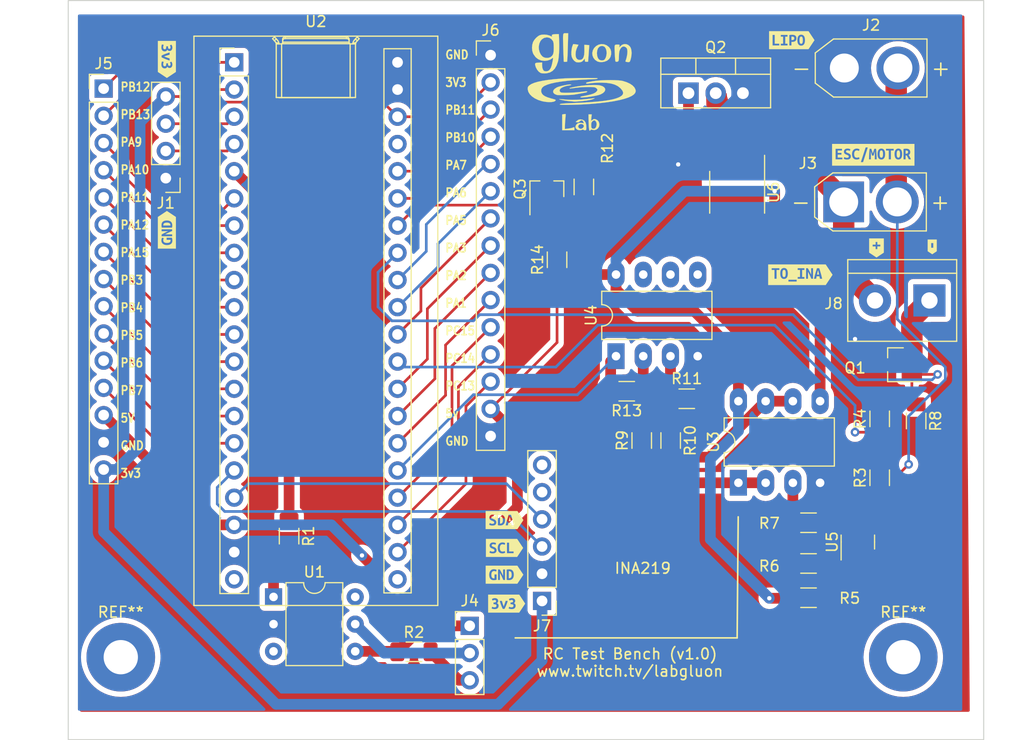
<source format=kicad_pcb>
(kicad_pcb (version 20211014) (generator pcbnew)
  (layers (0 "F.Cu" signal) (31 "B.Cu" signal) (34 "B.Paste" user) (35 "F.Paste" user) (36 "B.SilkS" user "B.Silkscreen") (37 "F.SilkS" user "F.Silkscreen") (38 "B.Mask" user) (39 "F.Mask" user) (44 "Edge.Cuts" user))
  (net 0 "")
  (net 1 "LIPO_NEG")
  (net 2 "Net-(J1-Pad2)")
  (net 3 "Net-(J1-Pad3)")
  (net 4 "+3V3")
  (net 5 "LIPO_POS")
  (net 6 "V_ESC_N")
  (net 7 "ESC_PWM")
  (net 8 "ESC_5V")
  (net 9 "ESC_GND")
  (net 10 "PB12")
  (net 11 "PB13")
  (net 12 "PA9")
  (net 13 "PA10")
  (net 14 "PA11")
  (net 15 "PA12")
  (net 16 "PA15")
  (net 17 "PB3")
  (net 18 "PB4")
  (net 19 "PB5")
  (net 20 "PB6")
  (net 21 "PB7")
  (net 22 "+5V")
  (net 23 "PB11")
  (net 24 "PB10")
  (net 25 "PA7")
  (net 26 "PA6")
  (net 27 "PA5")
  (net 28 "PA3")
  (net 29 "PA2")
  (net 30 "PA1")
  (net 31 "PC15")
  (net 32 "PC14")
  (net 33 "PC13")
  (net 34 "INA_SCL")
  (net 35 "INA_SDA")
  (net 38 "Net-(J8-Pad1)")
  (net 39 "LOW_PATH_ACT")
  (net 40 "Net-(Q2-Pad1)")
  (net 41 "Net-(Q2-Pad2)")
  (net 42 "HIGH_PATH_ACT")
  (net 43 "PWM_TO_ESC")
  (net 44 "Net-(R1-Pad2)")
  (net 45 "V_FEEDBACK")
  (net 46 "Net-(R5-Pad2)")
  (net 47 "Net-(R6-Pad2)")
  (net 48 "Net-(R9-Pad1)")
  (net 49 "Net-(R13-Pad1)")
  (net 50 "Net-(R10-Pad1)")
  (net 51 "Net-(R10-Pad2)")
  (net 52 "HIGH_CURRENT_ADC_adap")
  (net 61 "HIGH_CURRENT_ADC")
  (footprint "Connector_AMASS:AMASS_XT30U-F_1x02_P5.0mm_Vertical" (layer "F.Cu") (at 125.5 56)
    (fp_text reference "J2" (at 2.5 -4) (layer "F.SilkS"))
    (fp_text value "FROM_LIPO")
    (fp_text user "+" (at 9 0) (layer "F.SilkS") (effects (font (size 1.5 1.5))))
    (fp_text user "-" (at -4 0) (layer "F.SilkS") (effects (font (size 1.5 1.5))))
    (pad "1" thru_hole rect (at 0 0) (size 3.8 3.8) (drill 2.7) (layers *.Cu *.Mask) (net 1 "LIPO_NEG"))
    (pad "2" thru_hole circle (at 5 0) (size 4 4) (drill 2.7) (layers *.Cu *.Mask) (net 5 "LIPO_POS"))
  )
  (footprint "MountingHole:MountingHole_3.2mm_M3_Pad" (layer "F.Cu") (at 58 111)
    (fp_text reference "REF**" (at 0 -4.2) (layer "F.SilkS"))
    (fp_text value "MountingHole_3.2mm_M3_Pad")
    (pad "1" thru_hole circle (at 0 0) (size 6.4 6.4) (drill 3.2) (layers *.Cu *.Mask))
  )
  (footprint "kibuzzard-6356CD97" (layer "F.Cu") (at 120.6 53.4)
    (fp_text reference "kibuzzard-6356CD97" hide)
    (fp_text value "G***" hide)
  )
  (footprint "Resistor_SMD:R_1206_3216Metric_Pad1.30x1.75mm_HandSolder" (layer "F.Cu") (at 73.7 99.7 -90)
    (fp_text reference "R1" (at 0 -1.82 90) (layer "F.SilkS"))
    (fp_text value "220")
    (pad "1" smd roundrect (at -1.55 0 270) (size 1.3 1.75) (layers "F.Cu" "F.Paste" "F.Mask") (roundrect_rratio 0.1923076923) (net 43 "PWM_TO_ESC"))
    (pad "2" smd roundrect (at 1.55 0 270) (size 1.3 1.75) (layers "F.Cu" "F.Paste" "F.Mask") (roundrect_rratio 0.1923076923) (net 44 "Net-(R1-Pad2)"))
  )
  (footprint "kibuzzard-6356CE47" (layer "F.Cu") (at 133.7 72.7 -90)
    (fp_text reference "kibuzzard-6356CE47" hide)
    (fp_text value "G***" hide)
  )
  (footprint "Connector_PinHeader_2.54mm:PinHeader_1x03_P2.54mm_Vertical" (layer "F.Cu") (at 90.55 108.075)
    (fp_text reference "J4" (at 0 -2.33) (layer "F.SilkS"))
    (fp_text value "ESC_PWM_CONTROL")
    (pad "1" thru_hole rect (at 0 0) (size 1.7 1.7) (drill 1) (layers *.Cu *.Mask) (net 7 "ESC_PWM"))
    (pad "2" thru_hole oval (at 0 2.54) (size 1.7 1.7) (drill 1) (layers *.Cu *.Mask) (net 8 "ESC_5V"))
    (pad "3" thru_hole oval (at 0 5.08) (size 1.7 1.7) (drill 1) (layers *.Cu *.Mask) (net 9 "ESC_GND"))
  )
  (footprint "kibuzzard-6356CD66" (layer "F.Cu") (at 93.8 103.3)
    (fp_text reference "kibuzzard-6356CD66" hide)
    (fp_text value "G***" hide)
  )
  (footprint "Package_SO:SOIC-8_3.9x4.9mm_P1.27mm" (layer "F.Cu") (at 115.5 67.6 -90)
    (fp_text reference "U6" (at 0 -3.4 90) (layer "F.SilkS"))
    (fp_text value "ACS712xLCTR-20A")
    (pad "1" smd roundrect (at -2.475 -1.905 270) (size 1.95 0.6) (layers "F.Cu" "F.Paste" "F.Mask") (net 6 "V_ESC_N"))
    (pad "2" smd roundrect (at -2.475 -0.635 270) (size 1.95 0.6) (layers "F.Cu" "F.Paste" "F.Mask") (net 6 "V_ESC_N"))
    (pad "3" smd roundrect (at -2.475 0.635 270) (size 1.95 0.6) (layers "F.Cu" "F.Paste" "F.Mask") (net 41 "Net-(Q2-Pad2)"))
    (pad "4" smd roundrect (at -2.475 1.905 270) (size 1.95 0.6) (layers "F.Cu" "F.Paste" "F.Mask") (net 41 "Net-(Q2-Pad2)"))
    (pad "5" smd roundrect (at 2.475 1.905 270) (size 1.95 0.6) (layers "F.Cu" "F.Paste" "F.Mask") (net 1 "LIPO_NEG"))
    (pad "6" smd roundrect (at 2.475 0.635 270) (size 1.95 0.6) (layers "F.Cu" "F.Paste" "F.Mask"))
    (pad "7" smd roundrect (at 2.475 -0.635 270) (size 1.95 0.6) (layers "F.Cu" "F.Paste" "F.Mask") (net 61 "HIGH_CURRENT_ADC"))
    (pad "8" smd roundrect (at 2.475 -1.905 270) (size 1.95 0.6) (layers "F.Cu" "F.Paste" "F.Mask") (net 22 "+5V"))
  )
  (footprint "Connector_PinHeader_2.54mm:PinHeader_1x04_P2.54mm_Vertical" (layer "F.Cu") (at 62.2 66.28 180)
    (fp_text reference "J1" (at 0 -2.33) (layer "F.SilkS"))
    (fp_text value "LoadCell")
    (pad "1" thru_hole rect (at 0 0 180) (size 1.7 1.7) (drill 1) (layers *.Cu *.Mask) (net 1 "LIPO_NEG"))
    (pad "2" thru_hole oval (at 0 2.54 180) (size 1.7 1.7) (drill 1) (layers *.Cu *.Mask) (net 2 "Net-(J1-Pad2)"))
    (pad "3" thru_hole oval (at 0 5.08 180) (size 1.7 1.7) (drill 1) (layers *.Cu *.Mask) (net 3 "Net-(J1-Pad3)"))
    (pad "4" thru_hole oval (at 0 7.62 180) (size 1.7 1.7) (drill 1) (layers *.Cu *.Mask) (net 4 "+3V3"))
  )
  (footprint "TerminalBlock:TerminalBlock_bornier-2_P5.08mm" (layer "F.Cu") (at 133.44 77.7 180)
    (fp_text reference "J8" (at 8.94 -0.3) (layer "F.SilkS"))
    (fp_text value "INA219_CURRENT")
    (pad "1" thru_hole rect (at 0 0 180) (size 3 3) (drill 1.52) (layers *.Cu *.Mask) (net 38 "Net-(J8-Pad1)"))
    (pad "2" thru_hole circle (at 5.08 0 180) (size 3 3) (drill 1.52) (layers *.Cu *.Mask) (net 6 "V_ESC_N"))
  )
  (footprint "Resistor_SMD:R_1206_3216Metric_Pad1.30x1.75mm_HandSolder" (layer "F.Cu") (at 101.2 67.1 90)
    (fp_text reference "R12" (at 3.6 2.2 90) (layer "F.SilkS"))
    (fp_text value "100k")
    (pad "1" smd roundrect (at -1.55 0 90) (size 1.3 1.75) (layers "F.Cu" "F.Paste" "F.Mask") (roundrect_rratio 0.1923076923) (net 40 "Net-(Q2-Pad1)"))
    (pad "2" smd roundrect (at 1.55 0 90) (size 1.3 1.75) (layers "F.Cu" "F.Paste" "F.Mask") (roundrect_rratio 0.1923076923) (net 1 "LIPO_NEG"))
  )
  (footprint "kibuzzard-6356CE02" (layer "F.Cu") (at 128.2 64.1)
    (fp_text reference "kibuzzard-6356CE02" hide)
    (fp_text value "G***" hide)
  )
  (footprint "Resistor_SMD:R_1206_3216Metric_Pad1.30x1.75mm_HandSolder" (layer "F.Cu") (at 128.8 94.25 90)
    (fp_text reference "R3" (at 0 -1.82 90) (layer "F.SilkS"))
    (fp_text value "4k7")
    (pad "1" smd roundrect (at -1.55 0 90) (size 1.3 1.75) (layers "F.Cu" "F.Paste" "F.Mask") (roundrect_rratio 0.1923076923) (net 5 "LIPO_POS"))
    (pad "2" smd roundrect (at 1.55 0 90) (size 1.3 1.75) (layers "F.Cu" "F.Paste" "F.Mask") (roundrect_rratio 0.1923076923) (net 45 "V_FEEDBACK"))
  )
  (footprint "Resistor_SMD:R_1206_3216Metric_Pad1.30x1.75mm_HandSolder" (layer "F.Cu") (at 98.7 73.9 90)
    (fp_text reference "R14" (at 0 -1.82 90) (layer "F.SilkS"))
    (fp_text value "1K")
    (pad "1" smd roundrect (at -1.55 0 90) (size 1.3 1.75) (layers "F.Cu" "F.Paste" "F.Mask") (roundrect_rratio 0.1923076923) (net 22 "+5V"))
    (pad "2" smd roundrect (at 1.55 0 90) (size 1.3 1.75) (layers "F.Cu" "F.Paste" "F.Mask") (roundrect_rratio 0.1923076923) (net 40 "Net-(Q2-Pad1)"))
  )
  (footprint "Resistor_SMD:R_1206_3216Metric_Pad1.30x1.75mm_HandSolder" (layer "F.Cu") (at 110.8 86.875 180)
    (fp_text reference "R11" (at 0 1.875) (layer "F.SilkS"))
    (fp_text value "20k")
    (pad "1" smd roundrect (at -1.55 0 180) (size 1.3 1.75) (layers "F.Cu" "F.Paste" "F.Mask") (roundrect_rratio 0.1923076923) (net 1 "LIPO_NEG"))
    (pad "2" smd roundrect (at 1.55 0 180) (size 1.3 1.75) (layers "F.Cu" "F.Paste" "F.Mask") (roundrect_rratio 0.1923076923) (net 50 "Net-(R10-Pad1)"))
  )
  (footprint "Resistor_SMD:R_1206_3216Metric_Pad1.30x1.75mm_HandSolder" (layer "F.Cu") (at 128.8 88.75 90)
    (fp_text reference "R4" (at 0 -1.82 90) (layer "F.SilkS"))
    (fp_text value "1k")
    (pad "1" smd roundrect (at -1.55 0 90) (size 1.3 1.75) (layers "F.Cu" "F.Paste" "F.Mask") (roundrect_rratio 0.1923076923) (net 45 "V_FEEDBACK"))
    (pad "2" smd roundrect (at 1.55 0 90) (size 1.3 1.75) (layers "F.Cu" "F.Paste" "F.Mask") (roundrect_rratio 0.1923076923) (net 1 "LIPO_NEG"))
  )
  (footprint "Package_TO_SOT_SMD:SOT-23_Handsoldering" (layer "F.Cu") (at 97.75 67.3 90)
    (fp_text reference "Q3" (at 0 -2.5 90) (layer "F.SilkS"))
    (fp_text value "IRLML2502")
    (pad "1" smd rect (at -1.5 -0.95 90) (size 1.9 0.8) (layers "F.Cu" "F.Paste" "F.Mask") (net 42 "HIGH_PATH_ACT"))
    (pad "2" smd rect (at -1.5 0.95 90) (size 1.9 0.8) (layers "F.Cu" "F.Paste" "F.Mask") (net 40 "Net-(Q2-Pad1)"))
    (pad "3" smd rect (at 1.5 0 90) (size 1.9 0.8) (layers "F.Cu" "F.Paste" "F.Mask") (net 1 "LIPO_NEG"))
  )
  (footprint "kibuzzard-6356CD7C" (layer "F.Cu") (at 93.8 100.8)
    (fp_text reference "kibuzzard-6356CD7C" hide)
    (fp_text value "G***" hide)
  )
  (footprint "Connector_AMASS:AMASS_XT30U-F_1x02_P5.0mm_Vertical" (layer "F.Cu") (at 125.44 68.5)
    (fp_text reference "J3" (at -3.34 -3.6) (layer "F.SilkS"))
    (fp_text value "ALIM_ESC")
    (fp_text user "-" (at -4 0) (layer "F.SilkS") (effects (font (size 1.5 1.5))))
    (fp_text user "+" (at 9 0) (layer "F.SilkS") (effects (font (size 1.5 1.5))))
    (pad "1" thru_hole rect (at 0 0) (size 3.8 3.8) (drill 2.7) (layers *.Cu *.Mask) (net 6 "V_ESC_N"))
    (pad "2" thru_hole circle (at 5 0) (size 4 4) (drill 2.7) (layers *.Cu *.Mask) (net 5 "LIPO_POS"))
  )
  (footprint "kibuzzard-6356CD5A" (layer "F.Cu") (at 62.3 55.2 -90)
    (fp_text reference "kibuzzard-6356CD5A" hide)
    (fp_text value "G***" hide)
  )
  (footprint "Resistor_SMD:R_1206_3216Metric_Pad1.30x1.75mm_HandSolder" (layer "F.Cu") (at 132.2 88.95 -90)
    (fp_text reference "R8" (at 0 -1.82 90) (layer "F.SilkS"))
    (fp_text value "10k")
    (pad "1" smd roundrect (at -1.55 0 270) (size 1.3 1.75) (layers "F.Cu" "F.Paste" "F.Mask") (roundrect_rratio 0.1923076923) (net 39 "LOW_PATH_ACT"))
    (pad "2" smd roundrect (at 1.55 0 270) (size 1.3 1.75) (layers "F.Cu" "F.Paste" "F.Mask") (roundrect_rratio 0.1923076923) (net 1 "LIPO_NEG"))
  )
  (footprint "kibuzzard-6356CE38" (layer "F.Cu") (at 128.5 72.8 -90)
    (fp_text reference "kibuzzard-6356CE38" hide)
    (fp_text value "G***" hide)
  )
  (footprint "Connector_PinHeader_2.54mm:PinHeader_1x15_P2.54mm_Vertical" (layer "F.Cu") (at 56.4 57.92)
    (fp_text reference "J5" (at 0 -2.33) (layer "F.SilkS"))
    (fp_text value "H1")
    (pad "1" thru_hole rect (at 0 0) (size 1.7 1.7) (drill 1) (layers *.Cu *.Mask) (net 10 "PB12"))
    (pad "2" thru_hole oval (at 0 2.54) (size 1.7 1.7) (drill 1) (layers *.Cu *.Mask) (net 11 "PB13"))
    (pad "3" thru_hole oval (at 0 5.08) (size 1.7 1.7) (drill 1) (layers *.Cu *.Mask) (net 12 "PA9"))
    (pad "4" thru_hole oval (at 0 7.62) (size 1.7 1.7) (drill 1) (layers *.Cu *.Mask) (net 13 "PA10"))
    (pad "5" thru_hole oval (at 0 10.16) (size 1.7 1.7) (drill 1) (layers *.Cu *.Mask) (net 14 "PA11"))
    (pad "6" thru_hole oval (at 0 12.7) (size 1.7 1.7) (drill 1) (layers *.Cu *.Mask) (net 15 "PA12"))
    (pad "7" thru_hole oval (at 0 15.24) (size 1.7 1.7) (drill 1) (layers *.Cu *.Mask) (net 16 "PA15"))
    (pad "8" thru_hole oval (at 0 17.78) (size 1.7 1.7) (drill 1) (layers *.Cu *.Mask) (net 17 "PB3"))
    (pad "9" thru_hole oval (at 0 20.32) (size 1.7 1.7) (drill 1) (layers *.Cu *.Mask) (net 18 "PB4"))
    (pad "10" thru_hole oval (at 0 22.86) (size 1.7 1.7) (drill 1) (layers *.Cu *.Mask) (net 19 "PB5"))
    (pad "11" thru_hole oval (at 0 25.4) (size 1.7 1.7) (drill 1) (layers *.Cu *.Mask) (net 20 "PB6"))
    (pad "12" thru_hole oval (at 0 27.94) (size 1.7 1.7) (drill 1) (layers *.Cu *.Mask) (net 21 "PB7"))
    (pad "13" thru_hole oval (at 0 30.48) (size 1.7 1.7) (drill 1) (layers *.Cu *.Mask) (net 22 "+5V"))
    (pad "14" thru_hole oval (at 0 33.02) (size 1.7 1.7) (drill 1) (layers *.Cu *.Mask) (net 1 "LIPO_NEG"))
    (pad "15" thru_hole oval (at 0 35.56) (size 1.7 1.7) (drill 1) (layers *.Cu *.Mask) (net 4 "+3V3"))
  )
  (footprint "Resistor_SMD:R_1206_3216Metric_Pad1.30x1.75mm_HandSolder" (layer "F.Cu") (at 105.2 86.175 180)
    (fp_text reference "R13" (at 0 -1.82) (layer "F.SilkS"))
    (fp_text value "20k")
    (pad "1" smd roundrect (at -1.55 0 180) (size 1.3 1.75) (layers "F.Cu" "F.Paste" "F.Mask") (roundrect_rratio 0.1923076923) (net 49 "Net-(R13-Pad1)"))
    (pad "2" smd roundrect (at 1.55 0 180) (size 1.3 1.75) (layers "F.Cu" "F.Paste" "F.Mask") (roundrect_rratio 0.1923076923) (net 52 "HIGH_CURRENT_ADC_adap"))
  )
  (footprint "Package_DIP:DIP-8_W7.62mm_LongPads" (layer "F.Cu") (at 104.2 82.9 90)
    (fp_text reference "U4" (at 3.81 -2.33 90) (layer "F.SilkS"))
    (fp_text value "LM358")
    (pad "1" thru_hole rect (at 0 0 90) (size 2.4 1.6) (drill 0.8) (layers *.Cu *.Mask) (net 52 "HIGH_CURRENT_ADC_adap"))
    (pad "2" thru_hole oval (at 0 2.54 90) (size 2.4 1.6) (drill 0.8) (layers *.Cu *.Mask) (net 49 "Net-(R13-Pad1)"))
    (pad "3" thru_hole oval (at 0 5.08 90) (size 2.4 1.6) (drill 0.8) (layers *.Cu *.Mask) (net 50 "Net-(R10-Pad1)"))
    (pad "4" thru_hole oval (at 0 7.62 90) (size 2.4 1.6) (drill 0.8) (layers *.Cu *.Mask) (net 1 "LIPO_NEG"))
    (pad "5" thru_hole oval (at 7.62 7.62 90) (size 2.4 1.6) (drill 0.8) (layers *.Cu *.Mask))
    (pad "6" thru_hole oval (at 7.62 5.08 90) (size 2.4 1.6) (drill 0.8) (layers *.Cu *.Mask))
    (pad "7" thru_hole oval (at 7.62 2.54 90) (size 2.4 1.6) (drill 0.8) (layers *.Cu *.Mask))
    (pad "8" thru_hole oval (at 7.62 0 90) (size 2.4 1.6) (drill 0.8) (layers *.Cu *.Mask) (net 22 "+5V"))
  )
  (footprint "Connector_PinHeader_2.54mm:PinHeader_1x15_P2.54mm_Vertical" (layer "F.Cu") (at 92.5 54.8)
    (fp_text reference "J6" (at 0 -2.33) (layer "F.SilkS"))
    (fp_text value "H2")
    (pad "1" thru_hole rect (at 0 0) (size 1.7 1.7) (drill 1) (layers *.Cu *.Mask) (net 1 "LIPO_NEG"))
    (pad "2" thru_hole oval (at 0 2.54) (size 1.7 1.7) (drill 1) (layers *.Cu *.Mask) (net 4 "+3V3"))
    (pad "3" thru_hole oval (at 0 5.08) (size 1.7 1.7) (drill 1) (layers *.Cu *.Mask) (net 23 "PB11"))
    (pad "4" thru_hole oval (at 0 7.62) (size 1.7 1.7) (drill 1) (layers *.Cu *.Mask) (net 24 "PB10"))
    (pad "5" thru_hole oval (at 0 10.16) (size 1.7 1.7) (drill 1) (layers *.Cu *.Mask) (net 25 "PA7"))
    (pad "6" thru_hole oval (at 0 12.7) (size 1.7 1.7) (drill 1) (layers *.Cu *.Mask) (net 26 "PA6"))
    (pad "7" thru_hole oval (at 0 15.24) (size 1.7 1.7) (drill 1) (layers *.Cu *.Mask) (net 27 "PA5"))
    (pad "8" thru_hole oval (at 0 17.78) (size 1.7 1.7) (drill 1) (layers *.Cu *.Mask) (net 28 "PA3"))
    (pad "9" thru_hole oval (at 0 20.32) (size 1.7 1.7) (drill 1) (layers *.Cu *.Mask) (net 29 "PA2"))
    (pad "10" thru_hole oval (at 0 22.86) (size 1.7 1.7) (drill 1) (layers *.Cu *.Mask) (net 30 "PA1"))
    (pad "11" thru_hole oval (at 0 25.4) (size 1.7 1.7) (drill 1) (layers *.Cu *.Mask) (net 31 "PC15"))
    (pad "12" thru_hole oval (at 0 27.94) (size 1.7 1.7) (drill 1) (layers *.Cu *.Mask) (net 32 "PC14"))
    (pad "13" thru_hole oval (at 0 30.48) (size 1.7 1.7) (drill 1) (layers *.Cu *.Mask) (net 33 "PC13"))
    (pad "14" thru_hole oval (at 0 33.02) (size 1.7 1.7) (drill 1) (layers *.Cu *.Mask) (net 22 "+5V"))
    (pad "15" thru_hole oval (at 0 35.56) (size 1.7 1.7) (drill 1) (layers *.Cu *.Mask) (net 1 "LIPO_NEG"))
  )
  (footprint "kibuzzard-6356CD66" (layer "F.Cu") (at 62.3 71.1 90)
    (fp_text reference "kibuzzard-6356CD66" hide)
    (fp_text value "G***" hide)
  )
  (footprint "Resistor_SMD:R_1206_3216Metric_Pad1.30x1.75mm_HandSolder" (layer "F.Cu") (at 85.35 110.5)
    (fp_text reference "R2" (at 0 -1.82) (layer "F.SilkS"))
    (fp_text value "1k")
    (pad "1" smd roundrect (at -1.55 0) (size 1.3 1.75) (layers "F.Cu" "F.Paste" "F.Mask") (roundrect_rratio 0.1923076923) (net 7 "ESC_PWM"))
    (pad "2" smd roundrect (at 1.55 0) (size 1.3 1.75) (layers "F.Cu" "F.Paste" "F.Mask") (roundrect_rratio 0.1923076923) (net 9 "ESC_GND"))
  )
  (footprint "Package_TO_SOT_THT:TO-220-3_Vertical" (layer "F.Cu") (at 110.96 58.345)
    (fp_text reference "Q2" (at 2.54 -4.27) (layer "F.SilkS"))
    (fp_text value "IRF3808")
    (pad "1" thru_hole rect (at 0 0) (size 1.905 2) (drill 1.1) (layers *.Cu *.Mask) (net 40 "Net-(Q2-Pad1)"))
    (pad "2" thru_hole oval (at 2.54 0) (size 1.905 2) (drill 1.1) (layers *.Cu *.Mask) (net 41 "Net-(Q2-Pad2)"))
    (pad "3" thru_hole oval (at 5.08 0) (size 1.905 2) (drill 1.1) (layers *.Cu *.Mask) (net 1 "LIPO_NEG"))
  )
  (footprint "Package_TO_SOT_SMD:SOT-23" (layer "F.Cu") (at 126.76 100.25 90)
    (fp_text reference "U5" (at 0 -2.4 90) (layer "F.SilkS"))
    (fp_text value "TL432DBZ")
    (pad "1" smd roundrect (at -0.9375 -0.95 90) (size 1.475 0.6) (layers "F.Cu" "F.Paste" "F.Mask") (net 46 "Net-(R5-Pad2)"))
    (pad "2" smd roundrect (at -0.9375 0.95 90) (size 1.475 0.6) (layers "F.Cu" "F.Paste" "F.Mask") (net 46 "Net-(R5-Pad2)"))
    (pad "3" smd roundrect (at 0.9375 0 90) (size 1.475 0.6) (layers "F.Cu" "F.Paste" "F.Mask") (net 1 "LIPO_NEG"))
  )
  (footprint "Connector_PinHeader_2.54mm:PinHeader_1x06_P2.54mm_Vertical" (layer "F.Cu") (at 97.3 105.75 180)
    (fp_text reference "J7" (at 0 -2.33) (layer "F.SilkS"))
    (fp_text value "UNA219_IF")
    (pad "1" thru_hole rect (at 0 0 180) (size 1.7 1.7) (drill 1) (layers *.Cu *.Mask) (net 4 "+3V3"))
    (pad "2" thru_hole oval (at 0 2.54 180) (size 1.7 1.7) (drill 1) (layers *.Cu *.Mask) (net 1 "LIPO_NEG"))
    (pad "3" thru_hole oval (at 0 5.08 180) (size 1.7 1.7) (drill 1) (layers *.Cu *.Mask) (net 34 "INA_SCL"))
    (pad "4" thru_hole oval (at 0 7.62 180) (size 1.7 1.7) (drill 1) (layers *.Cu *.Mask) (net 35 "INA_SDA"))
    (pad "5" thru_hole oval (at 0 10.16 180) (size 1.7 1.7) (drill 1) (layers *.Cu *.Mask))
    (pad "6" thru_hole oval (at 0 12.7 180) (size 1.7 1.7) (drill 1) (layers *.Cu *.Mask))
  )
  (footprint "Resistor_SMD:R_1206_3216Metric_Pad1.30x1.75mm_HandSolder" (layer "F.Cu") (at 122.16 102.25 180)
    (fp_text reference "R6" (at 3.66 -0.25) (layer "F.SilkS"))
    (fp_text value "1k")
    (pad "1" smd roundrect (at -1.55 0 180) (size 1.3 1.75) (layers "F.Cu" "F.Paste" "F.Mask") (roundrect_rratio 0.1923076923) (net 46 "Net-(R5-Pad2)"))
    (pad "2" smd roundrect (at 1.55 0 180) (size 1.3 1.75) (layers "F.Cu" "F.Paste" "F.Mask") (roundrect_rratio 0.1923076923) (net 47 "Net-(R6-Pad2)"))
  )
  (footprint "Resistor_SMD:R_1206_3216Metric_Pad1.30x1.75mm_HandSolder" (layer "F.Cu") (at 109.3 90.775 -90)
    (fp_text reference "R10" (at 0 -1.82 90) (layer "F.SilkS"))
    (fp_text value "20k")
    (pad "1" smd roundrect (at -1.55 0 270) (size 1.3 1.75) (layers "F.Cu" "F.Paste" "F.Mask") (roundrect_rratio 0.1923076923) (net 50 "Net-(R10-Pad1)"))
    (pad "2" smd roundrect (at 1.55 0 270) (size 1.3 1.75) (layers "F.Cu" "F.Paste" "F.Mask") (roundrect_rratio 0.1923076923) (net 51 "Net-(R10-Pad2)"))
  )
  (footprint "STM32_Blue_Pill:LogoGluon_12mm" (layer "F.Cu") (at 100.957667 56.983276)
    (fp_text reference "G***" hide)
    (fp_text value "LOGO" hide)
  )
  (footprint "Package_TO_SOT_SMD:SOT-23_Handsoldering" (layer "F.Cu") (at 130.3 83.7 180)
    (fp_text reference "Q1" (at 3.8 -0.3) (layer "F.SilkS"))
    (fp_text value "IRLML2502")
    (pad "1" smd rect (at -1.5 -0.95 180) (size 1.9 0.8) (layers "F.Cu" "F.Paste" "F.Mask") (net 39 "LOW_PATH_ACT"))
    (pad "2" smd rect (at -1.5 0.95 180) (size 1.9 0.8) (layers "F.Cu" "F.Paste" "F.Mask") (net 38 "Net-(J8-Pad1)"))
    (pad "3" smd rect (at 1.5 0 180) (size 1.9 0.8) (layers "F.Cu" "F.Paste" "F.Mask") (net 1 "LIPO_NEG"))
  )
  (footprint "Resistor_SMD:R_1206_3216Metric_Pad1.30x1.75mm_HandSolder" (layer "F.Cu") (at 122.16 105.45)
    (fp_text reference "R5" (at 3.84 0.05) (layer "F.SilkS"))
    (fp_text value "100")
    (pad "1" smd roundrect (at -1.55 0) (size 1.3 1.75) (layers "F.Cu" "F.Paste" "F.Mask") (roundrect_rratio 0.1923076923) (net 22 "+5V"))
    (pad "2" smd roundrect (at 1.55 0) (size 1.3 1.75) (layers "F.Cu" "F.Paste" "F.Mask") (roundrect_rratio 0.1923076923) (net 46 "Net-(R5-Pad2)"))
  )
  (footprint "Package_DIP:DIP-6_W7.62mm" (layer "F.Cu") (at 72.25 105.375)
    (fp_text reference "U1" (at 3.81 -2.33) (layer "F.SilkS"))
    (fp_text value "4N25")
    (pad "1" thru_hole rect (at 0 0) (size 1.6 1.6) (drill 0.8) (layers *.Cu *.Mask) (net 44 "Net-(R1-Pad2)"))
    (pad "2" thru_hole oval (at 0 2.54) (size 1.6 1.6) (drill 0.8) (layers *.Cu *.Mask) (net 1 "LIPO_NEG"))
    (pad "3" thru_hole oval (at 0 5.08) (size 1.6 1.6) (drill 0.8) (layers *.Cu *.Mask))
    (pad "4" thru_hole oval (at 7.62 5.08) (size 1.6 1.6) (drill 0.8) (layers *.Cu *.Mask) (net 7 "ESC_PWM"))
    (pad "5" thru_hole oval (at 7.62 2.54) (size 1.6 1.6) (drill 0.8) (layers *.Cu *.Mask) (net 8 "ESC_5V"))
    (pad "6" thru_hole oval (at 7.62 0) (size 1.6 1.6) (drill 0.8) (layers *.Cu *.Mask))
  )
  (footprint "MountingHole:MountingHole_3.2mm_M3_Pad" (layer "F.Cu") (at 131 111)
    (fp_text reference "REF**" (at 0 -4.2) (layer "F.SilkS"))
    (fp_text value "MountingHole_3.2mm_M3_Pad")
    (pad "1" thru_hole circle (at 0 0) (size 6.4 6.4) (drill 3.2) (layers *.Cu *.Mask))
  )
  (footprint "kibuzzard-6356CD87" (layer "F.Cu") (at 93.8 98.2)
    (fp_text reference "kibuzzard-6356CD87" hide)
    (fp_text value "G***" hide)
  )
  (footprint "Resistor_SMD:R_1206_3216Metric_Pad1.30x1.75mm_HandSolder" (layer "F.Cu") (at 122.16 98.45 180)
    (fp_text reference "R7" (at 3.66 -0.05) (layer "F.SilkS"))
    (fp_text value "4k7")
    (pad "1" smd roundrect (at -1.55 0 180) (size 1.3 1.75) (layers "F.Cu" "F.Paste" "F.Mask") (roundrect_rratio 0.1923076923) (net 1 "LIPO_NEG"))
    (pad "2" smd roundrect (at 1.55 0 180) (size 1.3 1.75) (layers "F.Cu" "F.Paste" "F.Mask") (roundrect_rratio 0.1923076923) (net 47 "Net-(R6-Pad2)"))
  )
  (footprint "Package_DIP:DIP-8_W7.62mm_LongPads" (layer "F.Cu") (at 115.62 94.72 90)
    (fp_text reference "U3" (at 3.81 -2.33 90) (layer "F.SilkS"))
    (fp_text value "LM358")
    (pad "1" thru_hole rect (at 0 0 90) (size 2.4 1.6) (drill 0.8) (layers *.Cu *.Mask) (net 48 "Net-(R9-Pad1)"))
    (pad "2" thru_hole oval (at 0 2.54 90) (size 2.4 1.6) (drill 0.8) (layers *.Cu *.Mask) (net 48 "Net-(R9-Pad1)"))
    (pad "3" thru_hole oval (at 0 5.08 90) (size 2.4 1.6) (drill 0.8) (layers *.Cu *.Mask) (net 47 "Net-(R6-Pad2)"))
    (pad "4" thru_hole oval (at 0 7.62 90) (size 2.4 1.6) (drill 0.8) (layers *.Cu *.Mask) (net 1 "LIPO_NEG"))
    (pad "5" thru_hole oval (at 7.62 7.62 90) (size 2.4 1.6) (drill 0.8) (layers *.Cu *.Mask) (net 61 "HIGH_CURRENT_ADC"))
    (pad "6" thru_hole oval (at 7.62 5.08 90) (size 2.4 1.6) (drill 0.8) (layers *.Cu *.Mask) (net 51 "Net-(R10-Pad2)"))
    (pad "7" thru_hole oval (at 7.62 2.54 90) (size 2.4 1.6) (drill 0.8) (layers *.Cu *.Mask) (net 51 "Net-(R10-Pad2)"))
    (pad "8" thru_hole oval (at 7.62 0 90) (size 2.4 1.6) (drill 0.8) (layers *.Cu *.Mask) (net 22 "+5V"))
  )
  (footprint "STM32_Blue_Pill:YAAJ_BluePill_1b" (layer "F.Cu") (at 68.58 55.47)
    (fp_text reference "U2" (at 7.62 -3.81) (layer "F.SilkS"))
    (fp_text value "YAAJ_BluePill_Part_Like" hide)
    (pad "1" thru_hole rect locked (at 0 0) (size 1.7 1.7) (drill 1) (layers *.Cu *.Mask) (net 10 "PB12"))
    (pad "2" thru_hole circle locked (at 0 2.54) (size 1.7 1.7) (drill 1) (layers *.Cu *.Mask) (net 11 "PB13"))
    (pad "3" thru_hole circle locked (at 0 5.08) (size 1.7 1.7) (drill 1) (layers *.Cu *.Mask) (net 3 "Net-(J1-Pad3)"))
    (pad "4" thru_hole circle locked (at 0 7.62) (size 1.7 1.7) (drill 1) (layers *.Cu *.Mask) (net 2 "Net-(J1-Pad2)"))
    (pad "5" thru_hole circle locked (at 0 10.16) (size 1.7 1.7) (drill 1) (layers *.Cu *.Mask) (net 43 "PWM_TO_ESC"))
    (pad "6" thru_hole circle locked (at 0 12.7) (size 1.7 1.7) (drill 1) (layers *.Cu *.Mask) (net 12 "PA9"))
    (pad "7" thru_hole circle locked (at 0 15.24) (size 1.7 1.7) (drill 1) (layers *.Cu *.Mask) (net 13 "PA10"))
    (pad "8" thru_hole circle locked (at 0 17.78) (size 1.7 1.7) (drill 1) (layers *.Cu *.Mask) (net 14 "PA11"))
    (pad "9" thru_hole circle locked (at 0 20.32) (size 1.7 1.7) (drill 1) (layers *.Cu *.Mask) (net 15 "PA12"))
    (pad "10" thru_hole circle locked (at 0 22.86) (size 1.7 1.7) (drill 1) (layers *.Cu *.Mask) (net 16 "PA15"))
    (pad "11" thru_hole circle locked (at 0 25.4) (size 1.7 1.7) (drill 1) (layers *.Cu *.Mask) (net 17 "PB3"))
    (pad "12" thru_hole circle locked (at 0 27.94) (size 1.7 1.7) (drill 1) (layers *.Cu *.Mask) (net 18 "PB4"))
    (pad "13" thru_hole circle locked (at 0 30.48) (size 1.7 1.7) (drill 1) (layers *.Cu *.Mask) (net 19 "PB5"))
    (pad "14" thru_hole circle locked (at 0 33.02) (size 1.7 1.7) (drill 1) (layers *.Cu *.Mask) (net 20 "PB6"))
    (pad "15" thru_hole circle locked (at 0 35.56) (size 1.7 1.7) (drill 1) (layers *.Cu *.Mask) (net 21 "PB7"))
    (pad "16" thru_hole circle locked (at 0 38.1) (size 1.7 1.7) (drill 1) (layers *.Cu *.Mask) (net 34 "INA_SCL"))
    (pad "17" thru_hole circle locked (at 0 40.64) (size 1.7 1.7) (drill 1) (layers *.Cu *.Mask) (net 35 "INA_SDA"))
    (pad "18" thru_hole circle locked (at 0 43.18) (size 1.7 1.7) (drill 1) (layers *.Cu *.Mask) (net 22 "+5V"))
    (pad "19" thru_hole circle locked (at 0 45.72) (size 1.7 1.7) (drill 1) (layers *.Cu *.Mask) (net 1 "LIPO_NEG"))
    (pad "20" thru_hole circle locked (at 0 48.26) (size 1.7 1.7) (drill 1) (layers *.Cu *.Mask))
    (pad "21" thru_hole circle locked (at 15.24 48.26) (size 1.7 1.7) (drill 1) (layers *.Cu *.Mask))
    (pad "22" thru_hole circle locked (at 15.24 45.72) (size 1.7 1.7) (drill 1) (layers *.Cu *.Mask) (net 33 "PC13"))
    (pad "23" thru_hole circle locked (at 15.24 43.18) (size 1.7 1.7) (drill 1) (layers *.Cu *.Mask) (net 32 "PC14"))
    (pad "24" thru_hole circle locked (at 15.24 40.64) (size 1.7 1.7) (drill 1) (layers *.Cu *.Mask) (net 31 "PC15"))
    (pad "25" thru_hole circle locked (at 15.24 38.1) (size 1.7 1.7) (drill 1) (layers *.Cu *.Mask) (net 52 "HIGH_CURRENT_ADC_adap"))
    (pad "26" thru_hole circle locked (at 15.24 35.56) (size 1.7 1.7) (drill 1) (layers *.Cu *.Mask) (net 30 "PA1"))
    (pad "27" thru_hole circle locked (at 15.24 33.02) (size 1.7 1.7) (drill 1) (layers *.Cu *.Mask) (net 29 "PA2"))
    (pad "28" thru_hole circle locked (at 15.24 30.48) (size 1.7 1.7) (drill 1) (layers *.Cu *.Mask) (net 28 "PA3"))
    (pad "29" thru_hole circle locked (at 15.24 27.94) (size 1.7 1.7) (drill 1) (layers *.Cu *.Mask) (net 45 "V_FEEDBACK"))
    (pad "30" thru_hole circle locked (at 15.24 25.4) (size 1.7 1.7) (drill 1) (layers *.Cu *.Mask) (net 27 "PA5"))
    (pad "31" thru_hole circle locked (at 15.24 22.86) (size 1.7 1.7) (drill 1) (layers *.Cu *.Mask) (net 26 "PA6"))
    (pad "32" thru_hole circle locked (at 15.24 20.32) (size 1.7 1.7) (drill 1) (layers *.Cu *.Mask) (net 25 "PA7"))
    (pad "33" thru_hole circle locked (at 15.24 17.78) (size 1.7 1.7) (drill 1) (layers *.Cu *.Mask) (net 39 "LOW_PATH_ACT"))
    (pad "34" thru_hole circle locked (at 15.24 15.24) (size 1.7 1.7) (drill 1) (layers *.Cu *.Mask) (net 42 "HIGH_PATH_ACT"))
    (pad "35" thru_hole circle locked (at 15.24 12.7) (size 1.7 1.7) (drill 1) (layers *.Cu *.Mask) (net 24 "PB10"))
    (pad "36" thru_hole circle locked (at 15.24 10.16) (size 1.7 1.7) (drill 1) (layers *.Cu *.Mask) (net 23 "PB11"))
    (pad "37" thru_hole circle locked (at 15.24 7.62) (size 1.7 1.7) (drill 1) (layers *.Cu *.Mask))
    (pad "38" thru_hole circle locked (at 15.24 5.08) (size 1.7 1.7) (drill 1) (layers *.Cu *.Mask) (net 4 "+3V3"))
    (pad "39" thru_hole circle locked (at 15.24 2.54) (size 1.7 1.7) (drill 1) (layers *.Cu *.Mask) (net 1 "LIPO_NEG"))
    (pad "40" thru_hole circle locked (at 15.24 0) (size 1.7 1.7) (drill 1) (layers *.Cu *.Mask) (net 1 "LIPO_NEG"))
  )
  (footprint "kibuzzard-6356CD5A" (layer "F.Cu") (at 94 106)
    (fp_text reference "kibuzzard-6356CD5A" hide)
    (fp_text value "G***" hide)
  )
  (footprint "Resistor_SMD:R_1206_3216Metric_Pad1.30x1.75mm_HandSolder" (layer "F.Cu") (at 106.6 90.775 90)
    (fp_text reference "R9" (at 0 -1.82 90) (layer "F.SilkS"))
    (fp_text value "20k")
    (pad "1" smd roundrect (at -1.55 0 90) (size 1.3 1.75) (layers "F.Cu" "F.Paste" "F.Mask") (roundrect_rratio 0.1923076923) (net 48 "Net-(R9-Pad1)"))
    (pad "2" smd roundrect (at 1.55 0 90) (size 1.3 1.75) (layers "F.Cu" "F.Paste" "F.Mask") (roundrect_rratio 0.1923076923) (net 49 "Net-(R13-Pad1)"))
  )
  (footprint "kibuzzard-6356CE24" (layer "F.Cu") (at 121.4 75.3)
    (fp_text reference "kibuzzard-6356CE24" hide)
    (fp_text value "G***" hide)
  )
  (gr_line (start 115.5 109.2) (end 115.6 97.9) (layer "F.SilkS") (width 0.15))
  (gr_line (start 94.8 109.2) (end 115.5 109.2) (layer "F.SilkS") (width 0.15))
  (gr_rect (start 53.1 49.7) (end 138.5 118.7) (layer "Edge.Cuts") (width 0.1) (fill none))
  (gr_text "RC Test Bench (v1.0)\nwww.twitch.tv/labgluon" (at 105.5 111.5) (layer "F.SilkS") (effects (font (size 1 1))))
  (gr_text "GND\n\n3V3\n\nPB11\n\nPB10\n\nPA7\n\nPA6\n\nPA5\n\nPA3\n\nPA2\n\nPA1\n\nPC15\n\nPC14\n\nPC13\n\n5v\n\nGND" (at 88.2 72.8) (layer "F.SilkS") (effects (font (size 0.8 0.7)) (justify left)))
  (gr_text "INA219\n" (at 106.7 102.7) (layer "F.SilkS") (effects (font (size 1 1))))
  (gr_text "PB12\n\nPB13\n\nPA9\n\nPA10\n\nPA11\n\nPA12\n\nPA15\n\nPB3\n\nPB4\n\nPB5\n\nPB6\n\nPB7\n\n5V\n\nGND\n\n3v3\n" (at 57.9 75.8) (layer "F.SilkS") (effects (font (size 0.8 0.7)) (justify left)))
  (segment locked (start 116.04 58.345) (end 123.815 58.345) (width 2) (layer "F.Cu") (net 1))
  (segment (start 123.71 95.19) (end 123.24 94.72) (width 1) (layer "F.Cu") (net 1))
  (segment (start 123.71 98.45) (end 123.71 95.19) (width 1) (layer "F.Cu") (net 1))
  (segment (start 112.35 86.875) (end 112.35 83.43) (width 1) (layer "F.Cu") (net 1))
  (segment (start 128.8 83.6) (end 126.5 81.3) (width 2) (layer "F.Cu") (net 1))
  (segment (start 124.5725 99.3125) (end 123.71 98.45) (width 1) (layer "F.Cu") (net 1))
  (segment (start 123.815 58.345) (end 125.26 56.9) (width 2) (layer "F.Cu") (net 1))
  (segment (start 126.76 99.3125) (end 124.5725 99.3125) (width 1) (layer "F.Cu") (net 1))
  (segment (start 112.35 83.43) (end 111.82 82.9) (width 1) (layer "F.Cu") (net 1))
  (segment (start 128.8 83.7) (end 128.8 83.6) (width 2) (layer "F.Cu") (net 1))
  (via (at 126.5 81.3) (size 0.8) (drill 0.4) (layers "F.Cu" "B.Cu") (net 1))
  (via (at 110 65) (size 0.8) (drill 0.4) (layers "F.Cu" "B.Cu") (net 1))
  (segment (start 65.6 64.2) (end 65.6 53.4) (width 2) (layer "B.Cu") (net 1))
  (segment (start 63.52 66.28) (end 65.6 64.2) (width 2) (layer "B.Cu") (net 1))
  (segment (start 116.04 58.96) (end 110 65) (width 2) (layer "B.Cu") (net 1))
  (segment (start 100.7 100.5) (end 100.7 92.6) (width 2) (layer "B.Cu") (net 1))
  (segment (start 65.6 53.4) (end 66.7 52.3) (width 2) (layer "B.Cu") (net 1))
  (segment (start 97.99 103.21) (end 100.7 100.5) (width 2) (layer "B.Cu") (net 1))
  (segment (start 83.82 55.47) (end 83.82 58.01) (width 2) (layer "B.Cu") (net 1))
  (segment (start 97.3 103.21) (end 97.99 103.21) (width 2) (layer "B.Cu") (net 1))
  (segment (start 121.2 60.96) (end 125.26 56.9) (width 2) (layer "B.Cu") (net 1))
  (segment (start 116.04 58.345) (end 116.04 58.96) (width 2) (layer "B.Cu") (net 1))
  (segment (start 80.65 52.3) (end 83.82 55.47) (width 2) (layer "B.Cu") (net 1))
  (segment (start 62.2 66.28) (end 63.52 66.28) (width 2) (layer "B.Cu") (net 1))
  (segment (start 100.7 92.6) (end 98.46 90.36) (width 2) (layer "B.Cu") (net 1))
  (segment (start 98.46 90.36) (end 92.5 90.36) (width 2) (layer "B.Cu") (net 1))
  (segment (start 121.2 76) (end 121.2 60.96) (width 2) (layer "B.Cu") (net 1))
  (segment (start 126.5 81.3) (end 121.2 76) (width 2) (layer "B.Cu") (net 1))
  (segment (start 66.7 52.3) (end 80.65 52.3) (width 2) (layer "B.Cu") (net 1))
  (segment (start 67.93 63.74) (end 68.58 63.09) (width 0.25) (layer "F.Cu") (net 2))
  (segment (start 62.2 63.74) (end 67.93 63.74) (width 0.25) (layer "F.Cu") (net 2))
  (segment (start 62.2 61.2) (end 67.93 61.2) (width 0.25) (layer "F.Cu") (net 3))
  (segment (start 67.93 61.2) (end 68.58 60.55) (width 0.25) (layer "F.Cu") (net 3))
  (segment (start 82.455 59.185) (end 83.82 60.55) (width 0.25) (layer "F.Cu") (net 4))
  (segment (start 89.29 60.55) (end 92.5 57.34) (width 0.25) (layer "F.Cu") (net 4))
  (segment (start 63.985 59.185) (end 82.455 59.185) (width 0.25) (layer "F.Cu") (net 4))
  (segment (start 62.2 58.66) (end 63.46 58.66) (width 0.25) (layer "F.Cu") (net 4))
  (segment (start 83.82 60.55) (end 89.29 60.55) (width 0.25) (layer "F.Cu") (net 4))
  (segment (start 63.46 58.66) (end 63.985 59.185) (width 0.25) (layer "F.Cu") (net 4))
  (segment (start 97.3 105.75) (end 97.3 111.3) (width 1) (layer "B.Cu") (net 4))
  (segment (start 59.8 91.3) (end 59.8 61) (width 1) (layer "B.Cu") (net 4))
  (segment (start 57.62 93.48) (end 59.8 91.3) (width 1) (layer "B.Cu") (net 4))
  (segment (start 59.86 61) (end 62.2 58.66) (width 1) (layer "B.Cu") (net 4))
  (segment (start 97.3 111.3) (end 93.2 115.4) (width 1) (layer "B.Cu") (net 4))
  (segment (start 56.4 99.3) (end 56.4 93.48) (width 1) (layer "B.Cu") (net 4))
  (segment (start 56.4 93.48) (end 57.62 93.48) (width 1) (layer "B.Cu") (net 4))
  (segment (start 72.5 115.4) (end 56.4 99.3) (width 1) (layer "B.Cu") (net 4))
  (segment (start 59.8 61) (end 59.86 61) (width 1) (layer "B.Cu") (net 4))
  (segment (start 93.2 115.4) (end 72.5 115.4) (width 1) (layer "B.Cu") (net 4))
  (segment (start 130.34 68.2) (end 130.44 68.3) (width 2) (layer "F.Cu") (net 5))
  (segment (start 128.8 95.8) (end 128.8 95.7) (width 0.25) (layer "F.Cu") (net 5))
  (segment (start 128.8 95.7) (end 131.5 93) (width 0.25) (layer "F.Cu") (net 5))
  (segment (start 130.34 56.9) (end 130.34 68.2) (width 2) (layer "F.Cu") (net 5))
  (via (at 131.5 93) (size 0.8) (drill 0.4) (layers "F.Cu" "B.Cu") (net 5))
  (segment (start 134.925 85.075) (end 134.925 83.925) (width 0.25) (layer "B.Cu") (net 5))
  (segment (start 131.5 88.5) (end 134.925 85.075) (width 0.25) (layer "B.Cu") (net 5))
  (segment (start 131.5 93) (end 131.5 88.5) (width 0.25) (layer "B.Cu") (net 5))
  (segment (start 134.925 83.925) (end 130.44 79.44) (width 0.25) (layer "B.Cu") (net 5))
  (segment (start 130.44 79.44) (end 130.44 68.3) (width 0.25) (layer "B.Cu") (net 5))
  (segment (start 128.36 77.7) (end 125.44 74.78) (width 2) (layer "F.Cu") (net 6))
  (segment (start 122.185 65.125) (end 125.36 68.3) (width 2) (layer "F.Cu") (net 6))
  (segment (start 117.405 65.125) (end 122.185 65.125) (width 2) (layer "F.Cu") (net 6))
  (segment (start 125.44 74.78) (end 125.44 68.3) (width 2) (layer "F.Cu") (net 6))
  (segment (start 86.225 108.075) (end 83.8 110.5) (width 1) (layer "F.Cu") (net 7))
  (segment (start 90.55 108.075) (end 86.225 108.075) (width 1) (layer "F.Cu") (net 7))
  (segment (start 79.87 110.455) (end 83.755 110.455) (width 1) (layer "F.Cu") (net 7))
  (segment (start 83.755 110.455) (end 83.8 110.5) (width 1) (layer "F.Cu") (net 7))
  (segment (start 82.57 110.615) (end 79.87 107.915) (width 1) (layer "B.Cu") (net 8))
  (segment (start 90.55 110.615) (end 82.57 110.615) (width 1) (layer "B.Cu") (net 8))
  (segment (start 90.55 113.155) (end 89.555 113.155) (width 1) (layer "F.Cu") (net 9))
  (segment (start 89.555 113.155) (end 86.9 110.5) (width 1) (layer "F.Cu") (net 9))
  (segment (start 58.85 55.47) (end 56.4 57.92) (width 0.25) (layer "F.Cu") (net 10))
  (segment (start 68.58 55.47) (end 58.85 55.47) (width 0.25) (layer "F.Cu") (net 10))
  (segment (start 60.36 56.5) (end 56.4 60.46) (width 0.25) (layer "F.Cu") (net 11))
  (segment (start 63.9 56.5) (end 60.36 56.5) (width 0.25) (layer "F.Cu") (net 11))
  (segment (start 68.58 58.01) (end 65.41 58.01) (width 0.25) (layer "F.Cu") (net 11))
  (segment (start 65.41 58.01) (end 63.9 56.5) (width 0.25) (layer "F.Cu") (net 11))
  (segment (start 61.4 69.2) (end 58.2 66) (width 0.25) (layer "F.Cu") (net 12))
  (segment (start 58.2 66) (end 58.2 64.8) (width 0.25) (layer "F.Cu") (net 12))
  (segment (start 67.55 69.2) (end 61.4 69.2) (width 0.25) (layer "F.Cu") (net 12))
  (segment (start 68.58 68.17) (end 67.55 69.2) (width 0.25) (layer "F.Cu") (net 12))
  (segment (start 58.2 64.8) (end 56.4 63) (width 0.25) (layer "F.Cu") (net 12))
  (segment (start 68.58 70.71) (end 61.57 70.71) (width 0.25) (layer "F.Cu") (net 13))
  (segment (start 61.57 70.71) (end 56.4 65.54) (width 0.25) (layer "F.Cu") (net 13))
  (segment (start 68.58 73.25) (end 61.57 73.25) (width 0.25) (layer "F.Cu") (net 14))
  (segment (start 61.57 73.25) (end 56.4 68.08) (width 0.25) (layer "F.Cu") (net 14))
  (segment (start 68.58 75.79) (end 61.57 75.79) (width 0.25) (layer "F.Cu") (net 15))
  (segment (start 61.57 75.79) (end 56.4 70.62) (width 0.25) (layer "F.Cu") (net 15))
  (segment (start 61.57 78.33) (end 56.4 73.16) (width 0.25) (layer "F.Cu") (net 16))
  (segment (start 68.58 78.33) (end 61.57 78.33) (width 0.25) (layer "F.Cu") (net 16))
  (segment (start 61.57 80.87) (end 56.4 75.7) (width 0.25) (layer "F.Cu") (net 17))
  (segment (start 68.58 80.87) (end 61.57 80.87) (width 0.25) (layer "F.Cu") (net 17))
  (segment (start 61.57 83.41) (end 56.4 78.24) (width 0.25) (layer "F.Cu") (net 18))
  (segment (start 68.58 83.41) (end 61.57 83.41) (width 0.25) (layer "F.Cu") (net 18))
  (segment (start 68.58 85.95) (end 61.57 85.95) (width 0.25) (layer "F.Cu") (net 19))
  (segment (start 61.57 85.95) (end 56.4 80.78) (width 0.25) (layer "F.Cu") (net 19))
  (segment (start 68.58 88.49) (end 61.57 88.49) (width 0.25) (layer "F.Cu") (net 20))
  (segment (start 61.57 88.49) (end 56.4 83.32) (width 0.25) (layer "F.Cu") (net 20))
  (segment (start 68.58 91.03) (end 61.57 91.03) (width 0.25) (layer "F.Cu") (net 21))
  (segment (start 61.57 91.03) (end 56.4 85.86) (width 0.25) (layer "F.Cu") (net 21))
  (segment (start 86 106) (end 95 97) (width 1) (layer "F.Cu") (net 22))
  (segment (start 95 97) (end 95 90.32) (width 1) (layer "F.Cu") (net 22))
  (segment (start 115.62 82.82) (end 111.5 78.7) (width 1) (layer "F.Cu") (net 22))
  (segment (start 111.5 78.7) (end 106.22 78.7) (width 1) (layer "F.Cu") (net 22))
  (segment (start 106.22 78.7) (end 104.2 76.68) (width 1) (layer "F.Cu") (net 22))
  (segment (start 115.62 87.1) (end 115.62 82.82) (width 1) (layer "F.Cu") (net 22))
  (segment (start 119 67.5) (end 119 69.3) (width 1) (layer "F.Cu") (net 22))
  (segment (start 120.56 105.5) (end 120.61 105.45) (width 1) (layer "F.Cu") (net 22))
  (segment (start 118.5 105.5) (end 120.56 105.5) (width 1) (layer "F.Cu") (net 22))
  (segment (start 95 90.32) (end 92.5 87.82) (width 1) (layer "F.Cu") (net 22))
  (segment (start 92.5 87.82) (end 98.7 81.62) (width 0.25) (layer "F.Cu") (net 22))
  (segment (start 81.5 102.5) (end 81.5 104.5) (width 1) (layer "F.Cu") (net 22))
  (segment (start 81.5 104.5) (end 83 106) (width 1) (layer "F.Cu") (net 22))
  (segment (start 104.2 76.68) (end 104.2 75.28) (width 1) (layer "F.Cu") (net 22))
  (segment (start 98.87 75.28) (end 98.7 75.45) (width 1) (layer "F.Cu") (net 22))
  (segment (start 66.65 98.65) (end 68.58 98.65) (width 1) (layer "F.Cu") (net 22))
  (segment (start 83 106) (end 86 106) (width 1) (layer "F.Cu") (net 22))
  (segment (start 119 69.3) (end 118.225 70.075) (width 1) (layer "F.Cu") (net 22))
  (segment (start 98.7 81.62) (end 98.7 75.45) (width 0.25) (layer "F.Cu") (net 22))
  (segment (start 80.5 101.5) (end 81.5 102.5) (width 1) (layer "F.Cu") (net 22))
  (segment (start 56.4 88.4) (end 66.65 98.65) (width 1) (layer "F.Cu") (net 22))
  (segment (start 104.2 75.28) (end 98.87 75.28) (width 1) (layer "F.Cu") (net 22))
  (segment (start 118.225 70.075) (end 117.405 70.075) (width 1) (layer "F.Cu") (net 22))
  (via (at 80.5 101.5) (size 0.8) (drill 0.4) (layers "F.Cu" "B.Cu") (net 22))
  (via (at 118.5 105.5) (size 0.8) (drill 0.4) (layers "F.Cu" "B.Cu") (net 22))
  (via (at 119 67.5) (size 0.8) (drill 0.4) (layers "F.Cu" "B.Cu") (net 22))
  (segment (start 110.58 67.5) (end 104.2 73.88) (width 1) (layer "B.Cu") (net 22))
  (segment (start 113 99) (end 113 100) (width 1) (layer "B.Cu") (net 22))
  (segment (start 115.62 87.1) (end 115.62 89.88) (width 1) (layer "B.Cu") (net 22))
  (segment (start 113 92.5) (end 113 99) (width 1) (layer "B.Cu") (net 22))
  (segment (start 113 100) (end 118.5 105.5) (width 1) (layer "B.Cu") (net 22))
  (segment (start 104.2 73.88) (end 104.2 75.28) (width 1) (layer "B.Cu") (net 22))
  (segment (start 115.62 89.88) (end 113 92.5) (width 1) (layer "B.Cu") (net 22))
  (segment (start 119 67.5) (end 110.58 67.5) (width 1) (layer "B.Cu") (net 22))
  (segment (start 77.65 98.65) (end 80.5 101.5) (width 1) (layer "B.Cu") (net 22))
  (segment (start 68.58 98.65) (end 77.65 98.65) (width 1) (layer "B.Cu") (net 22))
  (segment (start 86.75 65.63) (end 92.5 59.88) (width 0.25) (layer "F.Cu") (net 23))
  (segment (start 83.82 65.63) (end 86.75 65.63) (width 0.25) (layer "F.Cu") (net 23))
  (segment (start 83.82 68.17) (end 86.75 68.17) (width 0.25) (layer "F.Cu") (net 24))
  (segment (start 86.75 68.17) (end 92.5 62.42) (width 0.25) (layer "F.Cu") (net 24))
  (segment (start 92.14 64.96) (end 92.5 64.96) (width 0.25) (layer "B.Cu") (net 25))
  (segment (start 86.5 73.11) (end 86.5 70.6) (width 0.25) (layer "B.Cu") (net 25))
  (segment (start 86.5 70.6) (end 92.14 64.96) (width 0.25) (layer "B.Cu") (net 25))
  (segment (start 83.82 75.79) (end 86.5 73.11) (width 0.25) (layer "B.Cu") (net 25))
  (segment (start 83.82 78.33) (end 87.6 74.55) (width 0.25) (layer "B.Cu") (net 26))
  (segment (start 87.6 74.55) (end 87.6 72.4) (width 0.25) (layer "B.Cu") (net 26))
  (segment (start 87.6 72.4) (end 92.5 67.5) (width 0.25) (layer "B.Cu") (net 26))
  (segment (start 86 78.69) (end 86 76.54) (width 0.25) (layer "F.Cu") (net 27))
  (segment (start 83.82 80.87) (end 86 78.69) (width 0.25) (layer "F.Cu") (net 27))
  (segment (start 86 76.54) (end 92.5 70.04) (width 0.25) (layer "F.Cu") (net 27))
  (segment (start 86.6 83.17) (end 86.6 78.48) (width 0.25) (layer "F.Cu") (net 28))
  (segment (start 86.6 78.48) (end 92.5 72.58) (width 0.25) (layer "F.Cu") (net 28))
  (segment (start 83.82 85.95) (end 86.6 83.17) (width 0.25) (layer "F.Cu") (net 28))
  (segment (start 83.82 88.49) (end 87.3 85.01) (width 0.25) (layer "F.Cu") (net 29))
  (segment (start 87.3 80.32) (end 92.5 75.12) (width 0.25) (layer "F.Cu") (net 29))
  (segment (start 87.3 85.01) (end 87.3 80.32) (width 0.25) (layer "F.Cu") (net 29))
  (segment (start 83.82 91.03) (end 88.3 86.55) (width 0.25) (layer "F.Cu") (net 30))
  (segment (start 88.3 86.55) (end 88.3 81.86) (width 0.25) (layer "F.Cu") (net 30))
  (segment (start 88.3 81.86) (end 92.5 77.66) (width 0.25) (layer "F.Cu") (net 30))
  (segment (start 83.82 96.11) (end 88.9 91.03) (width 0.25) (layer "F.Cu") (net 31))
  (segment (start 88.9 83.8) (end 92.5 80.2) (width 0.25) (layer "F.Cu") (net 31))
  (segment (start 88.9 91.03) (end 88.9 83.8) (width 0.25) (layer "F.Cu") (net 31))
  (segment (start 89.5 85.74) (end 92.5 82.74) (width 0.25) (layer "F.Cu") (net 32))
  (segment (start 89.5 92.97) (end 89.5 85.74) (width 0.25) (layer "F.Cu") (net 32))
  (segment (start 83.82 98.65) (end 89.5 92.97) (width 0.25) (layer "F.Cu") (net 32))
  (segment (start 90.2 87.58) (end 92.5 85.28) (width 0.25) (layer "F.Cu") (net 33))
  (segment (start 90.2 94.81) (end 90.2 87.58) (width 0.25) (layer "F.Cu") (net 33))
  (segment (start 83.82 101.19) (end 90.2 94.81) (width 0.25) (layer "F.Cu") (net 33))
  (segment (start 67 96.7) (end 67 95.15) (width 0.25) (layer "B.Cu") (net 34))
  (segment (start 94.03 97.4) (end 67.7 97.4) (width 0.25) (layer "B.Cu") (net 34))
  (segment (start 67.7 97.4) (end 67 96.7) (width 0.25) (layer "B.Cu") (net 34))
  (segment (start 97.3 100.67) (end 94.03 97.4) (width 0.25) (layer "B.Cu") (net 34))
  (segment (start 67 95.15) (end 68.58 93.57) (width 0.25) (layer "B.Cu") (net 34))
  (segment (start 93.97 94.8) (end 69.89 94.8) (width 0.25) (layer "B.Cu") (net 35))
  (segment (start 69.89 94.8) (end 68.58 96.11) (width 0.25) (layer "B.Cu") (net 35))
  (segment (start 97.3 98.13) (end 93.97 94.8) (width 0.25) (layer "B.Cu") (net 35))
  (segment (start 131.8 79.34) (end 133.44 77.7) (width 2) (layer "F.Cu") (net 38))
  (segment (start 131.8 82.75) (end 131.8 79.34) (width 2) (layer "F.Cu") (net 38))
  (segment (start 134.2 84.6) (end 131.85 84.6) (width 0.25) (layer "F.Cu") (net 39))
  (segment (start 131.85 84.6) (end 131.8 84.65) (width 0.25) (layer "F.Cu") (net 39))
  (segment (start 132.2 87.4) (end 131.8 87) (width 0.25) (layer "F.Cu") (net 39))
  (segment (start 131.8 87) (end 131.8 84.65) (width 0.25) (layer "F.Cu") (net 39))
  (via (at 134.2 84.6) (size 0.8) (drill 0.4) (layers "F.Cu" "B.Cu") (net 39))
  (segment (start 126.8 85.1) (end 133.7 85.1) (width 0.25) (layer "B.Cu") (net 39))
  (segment (start 124.8 83.1) (end 126.8 85.1) (width 0.25) (layer "B.Cu") (net 39))
  (segment (start 83.3 79.6) (end 90.9 79.6) (width 0.25) (layer "B.Cu") (net 39))
  (segment (start 82 75.07) (end 82 78.3) (width 0.25) (layer "B.Cu") (net 39))
  (segment (start 83.82 73.25) (end 82 75.07) (width 0.25) (layer "B.Cu") (net 39))
  (segment (start 133.7 85.1) (end 134.2 84.6) (width 0.25) (layer "B.Cu") (net 39))
  (segment (start 82 78.3) (end 83.3 79.6) (width 0.25) (layer "B.Cu") (net 39))
  (segment (start 91.475 79.025) (end 120.725 79.025) (width 0.25) (layer "B.Cu") (net 39))
  (segment (start 90.9 79.6) (end 91.475 79.025) (width 0.25) (layer "B.Cu") (net 39))
  (segment (start 120.725 79.025) (end 124.8 83.1) (width 0.25) (layer "B.Cu") (net 39))
  (segment (start 103.25 68.65) (end 110.96 60.94) (width 1) (layer "F.Cu") (net 40))
  (segment (start 98.7 72.35) (end 98.7 68.8) (width 1) (layer "F.Cu") (net 40))
  (segment (start 98.85 68.65) (end 98.7 68.8) (width 1) (layer "F.Cu") (net 40))
  (segment (start 101.2 68.65) (end 98.85 68.65) (width 1) (layer "F.Cu") (net 40))
  (segment (start 110.96 60.94) (end 110.96 58.345) (width 1) (layer "F.Cu") (net 40))
  (segment (start 101.2 68.65) (end 103.25 68.65) (width 1) (layer "F.Cu") (net 40))
  (segment (start 113.5 65.03) (end 113.595 65.125) (width 1) (layer "F.Cu") (net 41))
  (segment (start 83.82 70.71) (end 85.73 68.8) (width 0.25) (layer "F.Cu") (net 42))
  (segment (start 85.73 68.8) (end 96.8 68.8) (width 0.25) (layer "F.Cu") (net 42))
  (segment (start 73.7 70.75) (end 68.58 65.63) (width 1) (layer "F.Cu") (net 43))
  (segment (start 73.7 98.15) (end 73.7 70.75) (width 1) (layer "F.Cu") (net 43))
  (segment (start 72.225 105.4) (end 72.25 105.375) (width 1) (layer "F.Cu") (net 44))
  (segment (start 72.25 102.7) (end 73.7 101.25) (width 1) (layer "F.Cu") (net 44))
  (segment (start 72.25 105.375) (end 72.25 102.7) (width 1) (layer "F.Cu") (net 44))
  (segment (start 128.8 92.7) (end 128.8 90.3) (width 1) (layer "F.Cu") (net 45))
  (segment (start 128.5 90) (end 128.8 90.3) (width 0.25) (layer "F.Cu") (net 45))
  (segment (start 126.5 90) (end 128.5 90) (width 0.25) (layer "F.Cu") (net 45))
  (via (at 126.5 90) (size 0.8) (drill 0.4) (layers "F.Cu" "B.Cu") (net 45))
  (segment (start 114 80) (end 119 80) (width 0.25) (layer "B.Cu") (net 45))
  (segment (start 98.585 83.915) (end 102.5 80) (width 0.25) (layer "B.Cu") (net 45))
  (segment (start 102.5 80) (end 114 80) (width 0.25) (layer "B.Cu") (net 45))
  (segment (start 83.82 83.41) (end 84.325 83.915) (width 0.25) (layer "B.Cu") (net 45))
  (segment (start 126.5 87.5) (end 126.5 90) (width 0.25) (layer "B.Cu") (net 45))
  (segment (start 119 80) (end 126.5 87.5) (width 0.25) (layer "B.Cu") (net 45))
  (segment (start 84.325 83.915) (end 98.585 83.915) (width 0.25) (layer "B.Cu") (net 45))
  (segment (start 123.71 105.45) (end 123.71 102.25) (width 1) (layer "F.Cu") (net 46))
  (segment (start 127.71 101.1875) (end 125.81 101.1875) (width 1) (layer "F.Cu") (net 46))
  (segment (start 123.71 102.25) (end 124.7475 102.25) (width 1) (layer "F.Cu") (net 46))
  (segment (start 124.7475 102.25) (end 125.81 101.1875) (width 1) (layer "F.Cu") (net 46))
  (segment (start 120.61 98.45) (end 120.61 102.25) (width 1) (layer "F.Cu") (net 47))
  (segment (start 120.7 98.36) (end 120.61 98.45) (width 1) (layer "F.Cu") (net 47))
  (segment (start 120.7 94.72) (end 120.7 98.36) (width 1) (layer "F.Cu") (net 47))
  (segment (start 108.995 94.72) (end 106.6 92.325) (width 1) (layer "F.Cu") (net 48))
  (segment (start 115.62 94.72) (end 108.995 94.72) (width 1) (layer "F.Cu") (net 48))
  (segment (start 118.16 94.72) (end 115.62 94.72) (width 1) (layer "F.Cu") (net 48))
  (segment (start 106.75 89.075) (end 106.6 89.225) (width 1) (layer "F.Cu") (net 49))
  (segment (start 106.74 86.165) (end 106.75 86.175) (width 1) (layer "F.Cu") (net 49))
  (segment (start 106.75 86.175) (end 106.75 89.075) (width 1) (layer "F.Cu") (net 49))
  (segment (start 106.74 82.9) (end 106.74 86.165) (width 1) (layer "F.Cu") (net 49))
  (segment (start 109.25 86.875) (end 109.25 89.175) (width 1) (layer "F.Cu") (net 50))
  (segment (start 109.28 86.845) (end 109.25 86.875) (width 1) (layer "F.Cu") (net 50))
  (segment (start 109.25 89.175) (end 109.3 89.225) (width 1) (layer "F.Cu") (net 50))
  (segment (start 109.28 82.9) (end 109.28 86.845) (width 1) (layer "F.Cu") (net 50))
  (segment (start 109.3 92.325) (end 112.935 92.325) (width 1) (layer "F.Cu") (net 51))
  (segment (start 112.935 92.325) (end 118.16 87.1) (width 1) (layer "F.Cu") (net 51))
  (segment (start 120.7 87.1) (end 118.16 87.1) (width 1) (layer "F.Cu") (net 51))
  (segment (start 103.7 86.125) (end 103.65 86.175) (width 1) (layer "F.Cu") (net 52))
  (segment (start 103.7 83.4) (end 103.7 86.125) (width 1) (layer "F.Cu") (net 52))
  (segment (start 104.2 82.9) (end 103.7 83.4) (width 1) (layer "F.Cu") (net 52))
  (segment (start 90.89 86.5) (end 100.6 86.5) (width 0.25) (layer "B.Cu") (net 52))
  (segment (start 83.82 93.57) (end 90.89 86.5) (width 0.25) (layer "B.Cu") (net 52))
  (segment (start 100.6 86.5) (end 104.2 82.9) (width 0.25) (layer "B.Cu") (net 52))
  (segment (start 123.24 79.44) (end 116.135 72.335) (width 1) (layer "F.Cu") (net 61))
  (segment (start 116.135 72.335) (end 116.135 70.075) (width 1) (layer "F.Cu") (net 61))
  (segment (start 123.24 87.1) (end 123.24 79.44) (width 1) (layer "F.Cu") (net 61))
  (zone (net 1) (net_name "LIPO_NEG") (layer "F.Cu") (connect_pads yes (clearance 0.508)) (min_thickness 0.254) (fill yes (thermal_gap 0.508) (thermal_bridge_width 0.508))
    (polygon (pts (xy 137.2 116.1) (xy 54.2 116.1) (xy 54.2 51.1) (xy 136.7 51.1)))
    (polygon (pts (xy 112 56.9) (xy 112.224522 67.698491) (xy 118.5 67.8) (xy 118.9 63.6) (xy 115.798286 63.587019) (xy 115.2 56.9)))
  )
  (zone (net 6) (net_name "V_ESC_N") (layer "F.Cu") (connect_pads yes (clearance 0.508)) (min_thickness 0.254) (fill yes (thermal_gap 0.508) (thermal_bridge_width 0.508))
    (polygon (pts (xy 117.8 66.1) (xy 115.9 66.1) (xy 115.9 64.2) (xy 117.8 64.2)))
  )
  (zone (net 41) (net_name "Net-(Q2-Pad2)") (layer "F.Cu") (connect_pads yes (clearance 0.508)) (min_thickness 0.254) (fill yes (thermal_gap 0.508) (thermal_bridge_width 0.508))
    (polygon (pts (xy 115.3 63.9) (xy 115.3 66.2) (xy 112.8 66.2) (xy 112.8 66) (xy 112.6 58.3) (xy 114.6 58.3)))
  )
  (zone (net 1) (net_name "LIPO_NEG") (layer "B.Cu") (connect_pads yes (clearance 0.508)) (min_thickness 0.254) (fill yes (thermal_gap 0.508) (thermal_bridge_width 0.508))
    (polygon (pts (xy 136.5 116) (xy 54 116) (xy 54 51) (xy 136.5 51)))
  )
)
</source>
